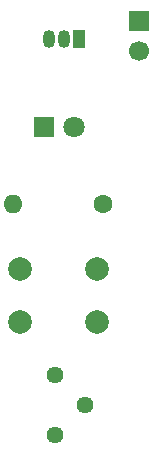
<source format=gbr>
%TF.GenerationSoftware,KiCad,Pcbnew,9.0.1*%
%TF.CreationDate,2025-04-08T16:36:56+08:00*%
%TF.ProjectId,Project2,50726f6a-6563-4743-922e-6b696361645f,rev?*%
%TF.SameCoordinates,Original*%
%TF.FileFunction,Soldermask,Top*%
%TF.FilePolarity,Negative*%
%FSLAX46Y46*%
G04 Gerber Fmt 4.6, Leading zero omitted, Abs format (unit mm)*
G04 Created by KiCad (PCBNEW 9.0.1) date 2025-04-08 16:36:56*
%MOMM*%
%LPD*%
G01*
G04 APERTURE LIST*
%ADD10C,2.000000*%
%ADD11R,1.800000X1.800000*%
%ADD12C,1.800000*%
%ADD13C,1.440000*%
%ADD14R,1.050000X1.500000*%
%ADD15O,1.050000X1.500000*%
%ADD16R,1.700000X1.700000*%
%ADD17C,1.700000*%
%ADD18C,1.600000*%
%ADD19O,1.600000X1.600000*%
G04 APERTURE END LIST*
D10*
%TO.C,SW1*%
X29000000Y-68000000D03*
X35500000Y-68000000D03*
X29000000Y-72500000D03*
X35500000Y-72500000D03*
%TD*%
D11*
%TO.C,D1*%
X30960000Y-56000000D03*
D12*
X33500000Y-56000000D03*
%TD*%
D13*
%TO.C,RV1*%
X31960000Y-82040000D03*
X34500000Y-79500000D03*
X31960000Y-76960000D03*
%TD*%
D14*
%TO.C,Q1*%
X34000000Y-48500000D03*
D15*
X32730000Y-48500000D03*
X31460000Y-48500000D03*
%TD*%
D16*
%TO.C,J1*%
X39000000Y-47000000D03*
D17*
X39000000Y-49540000D03*
%TD*%
D18*
%TO.C,R1*%
X36000000Y-62500000D03*
D19*
X28380000Y-62500000D03*
%TD*%
M02*

</source>
